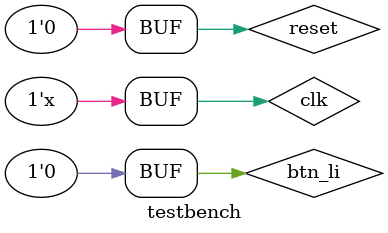
<source format=sv>
`timescale 1ns / 1ps


module testbench(
  );
  parameter CLOCK_PERIOD_NS = 10;
  parameter N = 11;
  
  logic clk, reset, btn_li, db_lo;
  
  debounce
   #(.width_p(N))
    DUT
     (.clk_i(clk)
      ,.reset_i(reset)
      ,.button_i(btn_li)
      ,.debounce_o(db_lo)
      );
      
  initial begin
     clk = 1'b0;
     btn_li = 1'b0;
     reset = 1'b1;
     #(CLOCK_PERIOD_NS*200);
     reset = 1'b0;
  end
  
  always begin
    #(CLOCK_PERIOD_NS/2) clk = ~clk;
  end
  
  always begin
    #40000 btn_li = 1'b1;
    
    #400 btn_li = 1'b0;		
    
    #800 btn_li = 1'b1;	
    
    #800 btn_li = 1'b0;				
    
    #800 btn_li = 1'b1;
    
    #40000 btn_li = 1'b0;
    
    #4000 btn_li = 1'b1;		
    
    #40000 btn_li = 1'b0;
    
    #400 btn_li = 1'b1;
    
    #800 btn_li = 1'b0;		
    
    #800 btn_li = 1'b1;
    
    #800 btn_li = 1'b0;
    
    #40000 btn_li = 1'b1;		
    
    #4000 btn_li = 1'b0;
  end
  
endmodule

</source>
